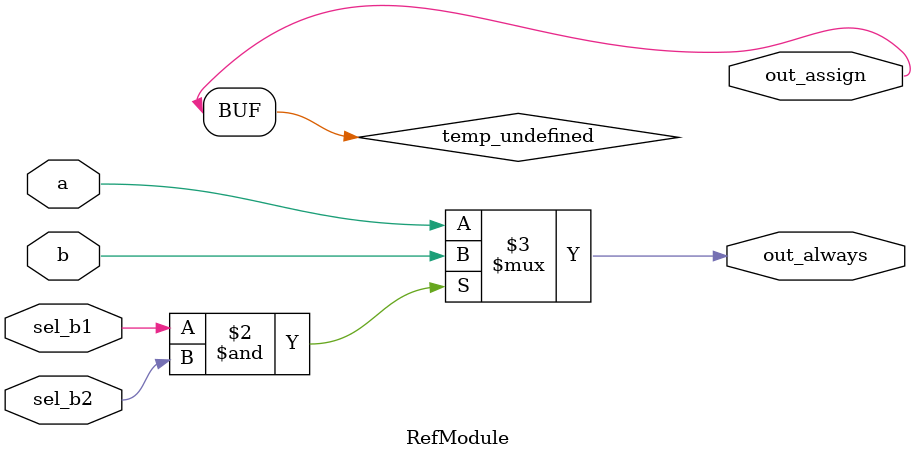
<source format=sv>

module RefModule (
  input a,
  input b,
  input sel_b1,
  input sel_b2,
  output out_assign,
  output reg out_always
);

  assign out_assign = temp_undefined;
  always @(*) out_always = (sel_b1 & sel_b2) ? b : a;

endmodule


</source>
